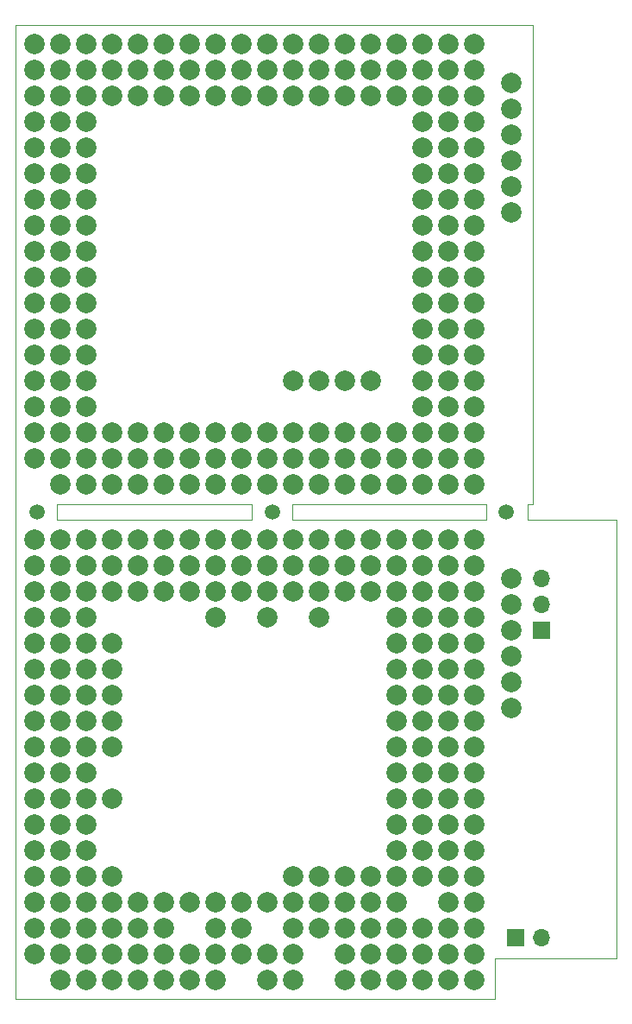
<source format=gbs>
G04 #@! TF.GenerationSoftware,KiCad,Pcbnew,5.1.9*
G04 #@! TF.CreationDate,2021-05-20T11:39:59+02:00*
G04 #@! TF.ProjectId,68040_68060_adapter,36383034-305f-4363-9830-36305f616461,0.2*
G04 #@! TF.SameCoordinates,Original*
G04 #@! TF.FileFunction,Soldermask,Bot*
G04 #@! TF.FilePolarity,Negative*
%FSLAX46Y46*%
G04 Gerber Fmt 4.6, Leading zero omitted, Abs format (unit mm)*
G04 Created by KiCad (PCBNEW 5.1.9) date 2021-05-20 11:39:59*
%MOMM*%
%LPD*%
G01*
G04 APERTURE LIST*
G04 #@! TA.AperFunction,Profile*
%ADD10C,0.050000*%
G04 #@! TD*
%ADD11C,1.500000*%
%ADD12C,2.012400*%
%ADD13O,1.700000X1.700000*%
%ADD14R,1.700000X1.700000*%
G04 APERTURE END LIST*
D10*
X161928800Y-90550000D02*
X162500000Y-90550000D01*
X161928800Y-90550000D02*
X161928800Y-92151000D01*
X158750000Y-135128000D02*
X170688000Y-135128000D01*
X158750000Y-139141200D02*
X158750000Y-135128000D01*
X157930000Y-92140000D02*
X138810000Y-92140000D01*
X138810000Y-90550000D02*
X157930000Y-90550000D01*
X157930000Y-90550000D02*
X157930000Y-92140000D01*
X138810000Y-90550000D02*
X138810000Y-92140000D01*
X111644200Y-43561000D02*
X111644200Y-139141000D01*
X134850000Y-92140000D02*
X115730000Y-92140000D01*
X115730000Y-90550000D02*
X134850000Y-90550000D01*
X134850000Y-90550000D02*
X134850000Y-92140000D01*
X162500000Y-90550000D02*
X162500000Y-43561000D01*
X170699200Y-92151000D02*
X161928800Y-92151000D01*
X115730000Y-90550000D02*
X115730000Y-92140000D01*
X162500000Y-43561000D02*
X111644200Y-43561000D01*
X111644200Y-139141000D02*
X158750000Y-139141200D01*
X170688000Y-135128000D02*
X170699200Y-92151000D01*
D11*
X159867600Y-91363800D03*
X136906000Y-91338400D03*
X113766600Y-91338400D03*
D12*
X138949200Y-127076000D03*
X141489200Y-127076000D03*
X144029200Y-127076000D03*
X146569200Y-127076000D03*
X160328000Y-110566000D03*
X160328000Y-108026000D03*
X160328000Y-105486000D03*
X160328000Y-102946000D03*
X160328000Y-100406000D03*
X160328000Y-97866000D03*
X138967200Y-78486000D03*
X141507200Y-78486000D03*
X144047200Y-78486000D03*
X146587200Y-78486000D03*
X160346000Y-49276000D03*
X160346000Y-51816000D03*
X160346000Y-54356000D03*
X160346000Y-56896000D03*
X160346000Y-59436000D03*
X160346000Y-61976000D03*
X113567200Y-45466000D03*
X116107200Y-45466000D03*
X118647200Y-45466000D03*
X121187200Y-45466000D03*
X123727200Y-45466000D03*
X126267200Y-45466000D03*
X128807200Y-45466000D03*
X131347200Y-45466000D03*
X133887200Y-45466000D03*
X136427200Y-45466000D03*
X138967200Y-45466000D03*
X141507200Y-45466000D03*
X144047200Y-45466000D03*
X144047200Y-48006000D03*
X113567200Y-73406000D03*
X113567200Y-70866000D03*
X113567200Y-68326000D03*
X113567200Y-65786000D03*
X113567200Y-63246000D03*
X113567200Y-60706000D03*
X113567200Y-58166000D03*
X113567200Y-55626000D03*
X113567200Y-53086000D03*
X113567200Y-48006000D03*
X116107200Y-48006000D03*
X118647200Y-48006000D03*
X121187200Y-48006000D03*
X123727200Y-48006000D03*
X126267200Y-48006000D03*
X128807200Y-48006000D03*
X131347200Y-48006000D03*
X133887200Y-48006000D03*
X136427200Y-48006000D03*
X138967200Y-48006000D03*
X141507200Y-48006000D03*
X144047200Y-83566000D03*
X144047200Y-86106000D03*
X116107200Y-73406000D03*
X116107200Y-70866000D03*
X116107200Y-68326000D03*
X116107200Y-65786000D03*
X116107200Y-63246000D03*
X116107200Y-60706000D03*
X116107200Y-58166000D03*
X116107200Y-55626000D03*
X116107200Y-53086000D03*
X116107200Y-75946000D03*
X144047200Y-88646000D03*
X141507200Y-88646000D03*
X138967200Y-88646000D03*
X136427200Y-88646000D03*
X133887200Y-88646000D03*
X131347200Y-88646000D03*
X128807200Y-88646000D03*
X126267200Y-88646000D03*
X123727200Y-88646000D03*
X121187200Y-88646000D03*
X118647200Y-75946000D03*
X144047200Y-50546000D03*
X113567200Y-50546000D03*
X141507200Y-50546000D03*
X138967200Y-50546000D03*
X136427200Y-50546000D03*
X133887200Y-50546000D03*
X131347200Y-50546000D03*
X128807200Y-50546000D03*
X126267200Y-50546000D03*
X123727200Y-50546000D03*
X121187200Y-50546000D03*
X118647200Y-50546000D03*
X116107200Y-50546000D03*
X113567200Y-75946000D03*
X118647200Y-73406000D03*
X118647200Y-70866000D03*
X118647200Y-68326000D03*
X118647200Y-65786000D03*
X118647200Y-63246000D03*
X118647200Y-60706000D03*
X118647200Y-58166000D03*
X118647200Y-55626000D03*
X118647200Y-53086000D03*
X141507200Y-86106000D03*
X141507200Y-83566000D03*
X121187200Y-86106000D03*
X123727200Y-86106000D03*
X126267200Y-86106000D03*
X128807200Y-86106000D03*
X131347200Y-86106000D03*
X133887200Y-86106000D03*
X136427200Y-86106000D03*
X138967200Y-86106000D03*
X138967200Y-83566000D03*
X136427200Y-83566000D03*
X133887200Y-83566000D03*
X131347200Y-83566000D03*
X128807200Y-83566000D03*
X126267200Y-83566000D03*
X123727200Y-83566000D03*
X121187200Y-83566000D03*
X113567200Y-78486000D03*
X113567200Y-81026000D03*
X113567200Y-83566000D03*
X113567200Y-86106000D03*
X146587200Y-45466000D03*
X149127200Y-45466000D03*
X151667200Y-45466000D03*
X154207200Y-45466000D03*
X116107200Y-78486000D03*
X118647200Y-78486000D03*
X116107200Y-81026000D03*
X118647200Y-81026000D03*
X118647200Y-83566000D03*
X118647200Y-86106000D03*
X118647200Y-88646000D03*
X116107200Y-88646000D03*
X116107200Y-86106000D03*
X116107200Y-83566000D03*
X146587200Y-48006000D03*
X146587200Y-50546000D03*
X149127200Y-48006000D03*
X149127200Y-50546000D03*
X151667200Y-48006000D03*
X151667200Y-50546000D03*
X154207200Y-48006000D03*
X154207200Y-50546000D03*
X156747200Y-48006000D03*
X156747200Y-50546000D03*
X151667200Y-53086000D03*
X154207200Y-53086000D03*
X156747200Y-53086000D03*
X151667200Y-55626000D03*
X154207200Y-55626000D03*
X156747200Y-55626000D03*
X151667200Y-58166000D03*
X154207200Y-58166000D03*
X156747200Y-58166000D03*
X151667200Y-60706000D03*
X151667200Y-63246000D03*
X151667200Y-65786000D03*
X151667200Y-68326000D03*
X151667200Y-70866000D03*
X151667200Y-73406000D03*
X151667200Y-75946000D03*
X151667200Y-78486000D03*
X151667200Y-81026000D03*
X151667200Y-83566000D03*
X151667200Y-86106000D03*
X151667200Y-88646000D03*
X154207200Y-88646000D03*
X154207200Y-86106000D03*
X154207200Y-83566000D03*
X154207200Y-81026000D03*
X154207200Y-78486000D03*
X154207200Y-75946000D03*
X154207200Y-73406000D03*
X154207200Y-70866000D03*
X154207200Y-68326000D03*
X154207200Y-65786000D03*
X154207200Y-63246000D03*
X154207200Y-60706000D03*
X156747200Y-60706000D03*
X156747200Y-63246000D03*
X156747200Y-65786000D03*
X156747200Y-68326000D03*
X156747200Y-70866000D03*
X156747200Y-73406000D03*
X156747200Y-75946000D03*
X156747200Y-78486000D03*
X156747200Y-81026000D03*
X156747200Y-83566000D03*
X156747200Y-86106000D03*
X146587200Y-83566000D03*
X149127200Y-83566000D03*
X149127200Y-86106000D03*
X149127200Y-88646000D03*
X146587200Y-88646000D03*
X146587200Y-86106000D03*
X156747200Y-88646000D03*
X156747200Y-45466000D03*
X121169200Y-127076000D03*
X149109200Y-127076000D03*
X149109200Y-124536000D03*
X149109200Y-121996000D03*
X149109200Y-119456000D03*
X149109200Y-116916000D03*
X149109200Y-114376000D03*
X149109200Y-111836000D03*
X149109200Y-109296000D03*
X149109200Y-106756000D03*
X149109200Y-104216000D03*
X149109200Y-129616000D03*
X146569200Y-129616000D03*
X144029200Y-129616000D03*
X141489200Y-129616000D03*
X138949200Y-129616000D03*
X136409200Y-129616000D03*
X133869200Y-129616000D03*
X131329200Y-129616000D03*
X128789200Y-129616000D03*
X126249200Y-129616000D03*
X123709200Y-129616000D03*
X121169200Y-129616000D03*
X121169200Y-119456000D03*
X121169200Y-114376000D03*
X121169200Y-111836000D03*
X121169200Y-109296000D03*
X121169200Y-106756000D03*
X121169200Y-104216000D03*
X149109200Y-101676000D03*
X141489200Y-101676000D03*
X136409200Y-101676000D03*
X131329200Y-101676000D03*
X156729200Y-94056000D03*
X156729200Y-137236000D03*
X146569200Y-134696000D03*
X146569200Y-137236000D03*
X149109200Y-137236000D03*
X149109200Y-134696000D03*
X149109200Y-132156000D03*
X146569200Y-132156000D03*
X156729200Y-134696000D03*
X156729200Y-132156000D03*
X156729200Y-129616000D03*
X156729200Y-127076000D03*
X156729200Y-124536000D03*
X156729200Y-121996000D03*
X156729200Y-119456000D03*
X156729200Y-116916000D03*
X156729200Y-114376000D03*
X156729200Y-111836000D03*
X156729200Y-109296000D03*
X154189200Y-109296000D03*
X154189200Y-111836000D03*
X154189200Y-114376000D03*
X154189200Y-116916000D03*
X154189200Y-119456000D03*
X154189200Y-121996000D03*
X154189200Y-124536000D03*
X154189200Y-127076000D03*
X154189200Y-129616000D03*
X154189200Y-132156000D03*
X154189200Y-134696000D03*
X154189200Y-137236000D03*
X151649200Y-137236000D03*
X151649200Y-134696000D03*
X151649200Y-132156000D03*
X151649200Y-127076000D03*
X151649200Y-124536000D03*
X151649200Y-121996000D03*
X151649200Y-119456000D03*
X151649200Y-116916000D03*
X151649200Y-114376000D03*
X151649200Y-111836000D03*
X151649200Y-109296000D03*
X156729200Y-106756000D03*
X154189200Y-106756000D03*
X151649200Y-106756000D03*
X156729200Y-104216000D03*
X154189200Y-104216000D03*
X151649200Y-104216000D03*
X156729200Y-101676000D03*
X154189200Y-101676000D03*
X151649200Y-101676000D03*
X156729200Y-99136000D03*
X156729200Y-96596000D03*
X154189200Y-99136000D03*
X154189200Y-96596000D03*
X151649200Y-99136000D03*
X151649200Y-96596000D03*
X149109200Y-99136000D03*
X149109200Y-96596000D03*
X146569200Y-99136000D03*
X146569200Y-96596000D03*
X116089200Y-132156000D03*
X116089200Y-134696000D03*
X116089200Y-137236000D03*
X118629200Y-137236000D03*
X118629200Y-134696000D03*
X118629200Y-132156000D03*
X118629200Y-129616000D03*
X116089200Y-129616000D03*
X118629200Y-127076000D03*
X116089200Y-127076000D03*
X154189200Y-94056000D03*
X151649200Y-94056000D03*
X149109200Y-94056000D03*
X146569200Y-94056000D03*
X113549200Y-134696000D03*
X113549200Y-132156000D03*
X113549200Y-129616000D03*
X113549200Y-127076000D03*
X121169200Y-132156000D03*
X123709200Y-132156000D03*
X126249200Y-132156000D03*
X131329200Y-132156000D03*
X133869200Y-132156000D03*
X138949200Y-132156000D03*
X138949200Y-134696000D03*
X136409200Y-134696000D03*
X133869200Y-134696000D03*
X131329200Y-134696000D03*
X128789200Y-134696000D03*
X126249200Y-134696000D03*
X123709200Y-134696000D03*
X121169200Y-134696000D03*
X141489200Y-132156000D03*
X118629200Y-101676000D03*
X118629200Y-104216000D03*
X118629200Y-106756000D03*
X118629200Y-109296000D03*
X118629200Y-111836000D03*
X118629200Y-114376000D03*
X118629200Y-116916000D03*
X118629200Y-119456000D03*
X118629200Y-121996000D03*
X113549200Y-124536000D03*
X116089200Y-99136000D03*
X118629200Y-99136000D03*
X121169200Y-99136000D03*
X123709200Y-99136000D03*
X126249200Y-99136000D03*
X128789200Y-99136000D03*
X131329200Y-99136000D03*
X133869200Y-99136000D03*
X136409200Y-99136000D03*
X138949200Y-99136000D03*
X141489200Y-99136000D03*
X113549200Y-99136000D03*
X144029200Y-99136000D03*
X118629200Y-124536000D03*
X121169200Y-137236000D03*
X123709200Y-137236000D03*
X126249200Y-137236000D03*
X128789200Y-137236000D03*
X131329200Y-137236000D03*
X136409200Y-137236000D03*
X138949200Y-137236000D03*
X144029200Y-137236000D03*
X116089200Y-124536000D03*
X116089200Y-101676000D03*
X116089200Y-104216000D03*
X116089200Y-106756000D03*
X116089200Y-109296000D03*
X116089200Y-111836000D03*
X116089200Y-114376000D03*
X116089200Y-116916000D03*
X116089200Y-119456000D03*
X116089200Y-121996000D03*
X144029200Y-134696000D03*
X144029200Y-132156000D03*
X141489200Y-96596000D03*
X138949200Y-96596000D03*
X136409200Y-96596000D03*
X133869200Y-96596000D03*
X131329200Y-96596000D03*
X128789200Y-96596000D03*
X126249200Y-96596000D03*
X123709200Y-96596000D03*
X121169200Y-96596000D03*
X118629200Y-96596000D03*
X116089200Y-96596000D03*
X113549200Y-96596000D03*
X113549200Y-101676000D03*
X113549200Y-104216000D03*
X113549200Y-106756000D03*
X113549200Y-109296000D03*
X113549200Y-111836000D03*
X113549200Y-114376000D03*
X113549200Y-116916000D03*
X113549200Y-119456000D03*
X113549200Y-121996000D03*
X144029200Y-96596000D03*
X144029200Y-94056000D03*
X141489200Y-94056000D03*
X138949200Y-94056000D03*
X136409200Y-94056000D03*
X133869200Y-94056000D03*
X131329200Y-94056000D03*
X128789200Y-94056000D03*
X126249200Y-94056000D03*
X123709200Y-94056000D03*
X121169200Y-94056000D03*
X118629200Y-94056000D03*
X116089200Y-94056000D03*
X113549200Y-94056000D03*
D13*
X163322000Y-133096000D03*
D14*
X160782000Y-133096000D03*
X163350000Y-102950000D03*
D13*
X163350000Y-100410000D03*
X163350000Y-97870000D03*
M02*

</source>
